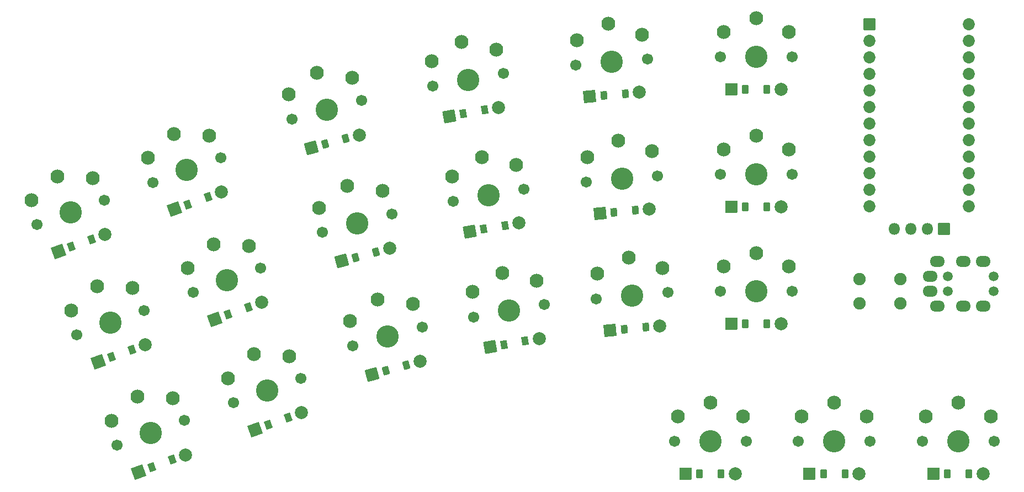
<source format=gbr>
%TF.GenerationSoftware,KiCad,Pcbnew,7.0.2*%
%TF.CreationDate,2023-07-05T19:02:59-04:00*%
%TF.ProjectId,paul,7061756c-2e6b-4696-9361-645f70636258,v1.0.0*%
%TF.SameCoordinates,Original*%
%TF.FileFunction,Soldermask,Bot*%
%TF.FilePolarity,Negative*%
%FSLAX46Y46*%
G04 Gerber Fmt 4.6, Leading zero omitted, Abs format (unit mm)*
G04 Created by KiCad (PCBNEW 7.0.2) date 2023-07-05 19:02:59*
%MOMM*%
%LPD*%
G01*
G04 APERTURE LIST*
G04 Aperture macros list*
%AMRoundRect*
0 Rectangle with rounded corners*
0 $1 Rounding radius*
0 $2 $3 $4 $5 $6 $7 $8 $9 X,Y pos of 4 corners*
0 Add a 4 corners polygon primitive as box body*
4,1,4,$2,$3,$4,$5,$6,$7,$8,$9,$2,$3,0*
0 Add four circle primitives for the rounded corners*
1,1,$1+$1,$2,$3*
1,1,$1+$1,$4,$5*
1,1,$1+$1,$6,$7*
1,1,$1+$1,$8,$9*
0 Add four rect primitives between the rounded corners*
20,1,$1+$1,$2,$3,$4,$5,0*
20,1,$1+$1,$4,$5,$6,$7,0*
20,1,$1+$1,$6,$7,$8,$9,0*
20,1,$1+$1,$8,$9,$2,$3,0*%
G04 Aperture macros list end*
%ADD10C,3.429000*%
%ADD11C,1.701800*%
%ADD12C,2.132000*%
%ADD13RoundRect,0.050000X-0.217650X-0.717725X0.628074X-0.409907X0.217650X0.717725X-0.628074X0.409907X0*%
%ADD14RoundRect,0.050000X-0.531331X-1.139443X1.139443X-0.531331X0.531331X1.139443X-1.139443X0.531331X0*%
%ADD15C,2.005000*%
%ADD16RoundRect,0.050000X-0.628618X-1.088798X1.088798X-0.628618X0.628618X1.088798X-1.088798X0.628618X0*%
%ADD17RoundRect,0.050000X-0.279375X-0.696024X0.589958X-0.463087X0.279375X0.696024X-0.589958X0.463087X0*%
%ADD18RoundRect,0.050000X-0.338975X-0.669026X0.547352X-0.512743X0.338975X0.669026X-0.547352X0.512743X0*%
%ADD19RoundRect,0.050000X-0.721121X-1.029867X1.029867X-0.721121X0.721121X1.029867X-1.029867X0.721121X0*%
%ADD20RoundRect,0.050000X-0.395994X-0.636937X0.500581X-0.558497X0.395994X0.636937X-0.500581X0.558497X0*%
%ADD21RoundRect,0.050000X-0.808136X-0.963099X0.963099X-0.808136X0.808136X0.963099X-0.963099X0.808136X0*%
%ADD22RoundRect,0.050000X-0.450000X-0.600000X0.450000X-0.600000X0.450000X0.600000X-0.450000X0.600000X0*%
%ADD23RoundRect,0.050000X-0.889000X-0.889000X0.889000X-0.889000X0.889000X0.889000X-0.889000X0.889000X0*%
%ADD24RoundRect,0.050000X-0.876300X0.876300X-0.876300X-0.876300X0.876300X-0.876300X0.876300X0.876300X0*%
%ADD25C,1.852600*%
%ADD26O,1.800000X1.800000*%
%ADD27RoundRect,0.050000X-0.850000X-0.850000X0.850000X-0.850000X0.850000X0.850000X-0.850000X0.850000X0*%
%ADD28C,1.900000*%
%ADD29C,1.500000*%
%ADD30O,2.300000X1.700000*%
G04 APERTURE END LIST*
D10*
%TO.C,S1*%
X96519404Y-125681415D03*
D11*
X101687713Y-123800304D03*
X91351095Y-127562526D03*
D12*
X99918191Y-120400482D03*
X94501485Y-120137229D03*
X90521264Y-123820684D03*
X94501485Y-120137229D03*
%TD*%
D10*
%TO.C,S2*%
X90363042Y-108766947D03*
D11*
X95531351Y-106885836D03*
X85194733Y-110648058D03*
D12*
X93761829Y-103486014D03*
X88345123Y-103222761D03*
X84364902Y-106906216D03*
X88345123Y-103222761D03*
%TD*%
D10*
%TO.C,S3*%
X84206683Y-91852481D03*
D11*
X89374992Y-89971370D03*
X79038374Y-93733592D03*
D12*
X87605470Y-86571548D03*
X82188764Y-86308295D03*
X78208543Y-89991750D03*
X82188764Y-86308295D03*
%TD*%
D10*
%TO.C,S4*%
X114373566Y-119183034D03*
D11*
X119541875Y-117301923D03*
X109205257Y-121064145D03*
D12*
X117772353Y-113902101D03*
X112355647Y-113638848D03*
X108375426Y-117322303D03*
X112355647Y-113638848D03*
%TD*%
D10*
%TO.C,S5*%
X108217201Y-102268568D03*
D11*
X113385510Y-100387457D03*
X103048892Y-104149679D03*
D12*
X111615988Y-96987635D03*
X106199282Y-96724382D03*
X102219061Y-100407837D03*
X106199282Y-96724382D03*
%TD*%
D10*
%TO.C,S6*%
X102060838Y-85354099D03*
D11*
X107229147Y-83472988D03*
X96892529Y-87235210D03*
D12*
X105459625Y-80073166D03*
X100042919Y-79809913D03*
X96062698Y-83493368D03*
X100042919Y-79809913D03*
%TD*%
%TO.C,S7*%
X131325255Y-105195079D03*
X127039145Y-108517618D03*
X131325255Y-105195079D03*
X136698404Y-105929428D03*
D11*
X127539695Y-112317546D03*
X138164879Y-109470536D03*
D10*
X132852287Y-110894041D03*
%TD*%
%TO.C,S8*%
X128193544Y-93507382D03*
D11*
X133506136Y-92083877D03*
X122880952Y-94930887D03*
D12*
X132039661Y-88542769D03*
X126666512Y-87808420D03*
X122380402Y-91130959D03*
X126666512Y-87808420D03*
%TD*%
D10*
%TO.C,S9*%
X123534810Y-76120713D03*
D11*
X128847402Y-74697208D03*
X118222218Y-77544218D03*
D12*
X127380927Y-71156100D03*
X122007778Y-70421751D03*
X117721668Y-73744290D03*
X122007778Y-70421751D03*
%TD*%
D10*
%TO.C,S10*%
X151463697Y-106942408D03*
D11*
X156880140Y-105987343D03*
X146047254Y-107897473D03*
D12*
X155727873Y-102331898D03*
X150439173Y-101132042D03*
X145879795Y-104068379D03*
X150439173Y-101132042D03*
%TD*%
D10*
%TO.C,S11*%
X148338036Y-89215865D03*
D11*
X153754479Y-88260800D03*
X142921593Y-90170930D03*
D12*
X152602212Y-84605355D03*
X147313512Y-83405499D03*
X142754134Y-86341836D03*
X147313512Y-83405499D03*
%TD*%
D10*
%TO.C,S12*%
X145212365Y-71489331D03*
D11*
X150628808Y-70534266D03*
X139795922Y-72444396D03*
D12*
X149476541Y-66878821D03*
X144187841Y-65678965D03*
X139628463Y-68615302D03*
X144187841Y-65678965D03*
%TD*%
D10*
%TO.C,S13*%
X170348693Y-104627899D03*
D11*
X175827764Y-104148542D03*
X164869622Y-105107256D03*
D12*
X174998475Y-100406580D03*
X169834474Y-98750350D03*
X165036528Y-101278138D03*
X169834474Y-98750350D03*
%TD*%
D10*
%TO.C,S14*%
X168779895Y-86696390D03*
D11*
X174258966Y-86217033D03*
X163300824Y-87175747D03*
D12*
X173429677Y-82475071D03*
X168265676Y-80818841D03*
X163467730Y-83346629D03*
X168265676Y-80818841D03*
%TD*%
D10*
%TO.C,S15*%
X167211087Y-68764889D03*
D11*
X172690158Y-68285532D03*
X161732016Y-69244246D03*
D12*
X171860869Y-64543570D03*
X166696868Y-62887340D03*
X161898922Y-65415128D03*
X166696868Y-62887340D03*
%TD*%
D10*
%TO.C,S16*%
X189363552Y-103968132D03*
D11*
X194863552Y-103968132D03*
X183863552Y-103968132D03*
D12*
X194363552Y-100168132D03*
X189363552Y-98068132D03*
X184363552Y-100168132D03*
X189363552Y-98068132D03*
%TD*%
D10*
%TO.C,S17*%
X189363547Y-85968138D03*
D11*
X194863547Y-85968138D03*
X183863547Y-85968138D03*
D12*
X194363547Y-82168138D03*
X189363547Y-80068138D03*
X184363547Y-82168138D03*
X189363547Y-80068138D03*
%TD*%
D10*
%TO.C,S18*%
X189363549Y-67968131D03*
D11*
X194863549Y-67968131D03*
X183863549Y-67968131D03*
D12*
X194363549Y-64168131D03*
X189363549Y-62068131D03*
X184363549Y-64168131D03*
X189363549Y-62068131D03*
%TD*%
D10*
%TO.C,S19*%
X182363553Y-126968134D03*
D11*
X187863553Y-126968134D03*
X176863553Y-126968134D03*
D12*
X187363553Y-123168134D03*
X182363553Y-121068134D03*
X177363553Y-123168134D03*
X182363553Y-121068134D03*
%TD*%
D10*
%TO.C,S20*%
X201363550Y-126968136D03*
D11*
X206863550Y-126968136D03*
X195863550Y-126968136D03*
D12*
X206363550Y-123168136D03*
X201363550Y-121068136D03*
X196363550Y-123168136D03*
X201363550Y-121068136D03*
%TD*%
D10*
%TO.C,S21*%
X220363548Y-126968134D03*
D11*
X225863548Y-126968134D03*
X214863548Y-126968134D03*
D12*
X225363548Y-123168134D03*
X220363548Y-121068134D03*
X215363548Y-123168134D03*
X220363548Y-121068134D03*
%TD*%
D13*
%TO.C,D1*%
X99780001Y-129815553D03*
X96679015Y-130944219D03*
D14*
X94649279Y-131682983D03*
D15*
X101809737Y-129076789D03*
%TD*%
D13*
%TO.C,D2*%
X93623637Y-112901080D03*
X90522651Y-114029746D03*
D14*
X88492915Y-114768510D03*
D15*
X95653373Y-112162316D03*
%TD*%
D13*
%TO.C,D3*%
X87467272Y-95986615D03*
X84366286Y-97115281D03*
D14*
X82336550Y-97854045D03*
D15*
X89497008Y-95247851D03*
%TD*%
D13*
%TO.C,D4*%
X117634159Y-123317163D03*
X114533173Y-124445829D03*
D14*
X112503437Y-125184593D03*
D15*
X119663895Y-122578399D03*
%TD*%
D13*
%TO.C,D5*%
X111477798Y-106402698D03*
X108376812Y-107531364D03*
D14*
X106347076Y-108270128D03*
D15*
X113507534Y-105663934D03*
%TD*%
D13*
%TO.C,D6*%
X105321432Y-89488227D03*
X102220446Y-90616893D03*
D14*
X100190710Y-91355657D03*
D15*
X107351168Y-88749463D03*
%TD*%
%TO.C,D7*%
X137826565Y-114737567D03*
D16*
X130466211Y-116709769D03*
D17*
X132552610Y-116150719D03*
X135740166Y-115296617D03*
%TD*%
%TO.C,D8*%
X131081419Y-97909957D03*
X127893863Y-98764059D03*
D16*
X125807464Y-99323109D03*
D15*
X133167818Y-97350907D03*
%TD*%
D17*
%TO.C,D9*%
X126422676Y-80523288D03*
X123235120Y-81377390D03*
D16*
X121148721Y-81936440D03*
D15*
X128509075Y-79964238D03*
%TD*%
D18*
%TO.C,D10*%
X153956872Y-111579927D03*
X150707006Y-112152965D03*
D19*
X148579821Y-112528046D03*
D15*
X156084057Y-111204846D03*
%TD*%
D18*
%TO.C,D11*%
X150831210Y-93853389D03*
X147581344Y-94426427D03*
D19*
X145454159Y-94801508D03*
D15*
X152958395Y-93478308D03*
%TD*%
D18*
%TO.C,D12*%
X147705537Y-76126845D03*
X144455671Y-76699883D03*
D19*
X142328486Y-77074964D03*
D15*
X149832722Y-75751764D03*
%TD*%
D20*
%TO.C,D13*%
X172428199Y-109465062D03*
X169140757Y-109752676D03*
D21*
X166988976Y-109940932D03*
D15*
X174579980Y-109276806D03*
%TD*%
D20*
%TO.C,D14*%
X170859391Y-91533557D03*
X167571949Y-91821171D03*
D21*
X165420168Y-92009427D03*
D15*
X173011172Y-91345301D03*
%TD*%
D20*
%TO.C,D15*%
X169290588Y-73602055D03*
X166003146Y-73889669D03*
D21*
X163851365Y-74077925D03*
D15*
X171442369Y-73413799D03*
%TD*%
D22*
%TO.C,D16*%
X191013546Y-108968133D03*
X187713546Y-108968133D03*
D23*
X185553546Y-108968133D03*
D15*
X193173546Y-108968133D03*
%TD*%
D22*
%TO.C,D17*%
X191013549Y-90968133D03*
X187713549Y-90968133D03*
D23*
X185553549Y-90968133D03*
D15*
X193173549Y-90968133D03*
%TD*%
D22*
%TO.C,D18*%
X191013551Y-72968133D03*
X187713551Y-72968133D03*
D23*
X185553551Y-72968133D03*
D15*
X193173551Y-72968133D03*
%TD*%
D22*
%TO.C,D19*%
X184013550Y-131968134D03*
X180713550Y-131968134D03*
D23*
X178553550Y-131968134D03*
D15*
X186173550Y-131968134D03*
%TD*%
D22*
%TO.C,D20*%
X203013549Y-131968138D03*
X199713549Y-131968138D03*
D23*
X197553549Y-131968138D03*
D15*
X205173549Y-131968138D03*
%TD*%
D22*
%TO.C,D21*%
X222013552Y-131968130D03*
X218713552Y-131968130D03*
D23*
X216553552Y-131968130D03*
D15*
X224173552Y-131968130D03*
%TD*%
D24*
%TO.C,MCU1*%
X206743550Y-62998131D03*
D25*
X206743550Y-65538131D03*
X206743550Y-68078131D03*
X206743550Y-70618131D03*
X206743550Y-73158131D03*
X206743550Y-75698131D03*
X206743550Y-78238131D03*
X206743550Y-80778131D03*
X206743550Y-83318131D03*
X206743550Y-85858131D03*
X206743550Y-88398131D03*
X206743550Y-90938131D03*
X221983550Y-62998131D03*
X221983550Y-65538131D03*
X221983550Y-68078131D03*
X221983550Y-70618131D03*
X221983550Y-73158131D03*
X221983550Y-75698131D03*
X221983550Y-78238131D03*
X221983550Y-80778131D03*
X221983550Y-83318131D03*
X221983550Y-85858131D03*
X221983550Y-88398131D03*
X221983550Y-90938131D03*
%TD*%
D26*
%TO.C,OLED1*%
X210543555Y-94368135D03*
X213083555Y-94368135D03*
X215623555Y-94368135D03*
D27*
X218163555Y-94368135D03*
%TD*%
D28*
%TO.C,B1*%
X205263549Y-102118135D03*
X211463549Y-102118135D03*
X205263549Y-105818135D03*
X211463549Y-105818135D03*
%TD*%
D29*
%TO.C,TRRS1*%
X218763548Y-101668133D03*
X225763548Y-101668133D03*
X218763548Y-103968133D03*
X225763548Y-103968133D03*
D30*
X216063548Y-101668133D03*
X217163548Y-106268133D03*
X221163548Y-106268133D03*
X224163548Y-106268133D03*
X216063548Y-103968133D03*
X217163548Y-99368133D03*
X221163548Y-99368133D03*
X224163548Y-99368133D03*
%TD*%
M02*

</source>
